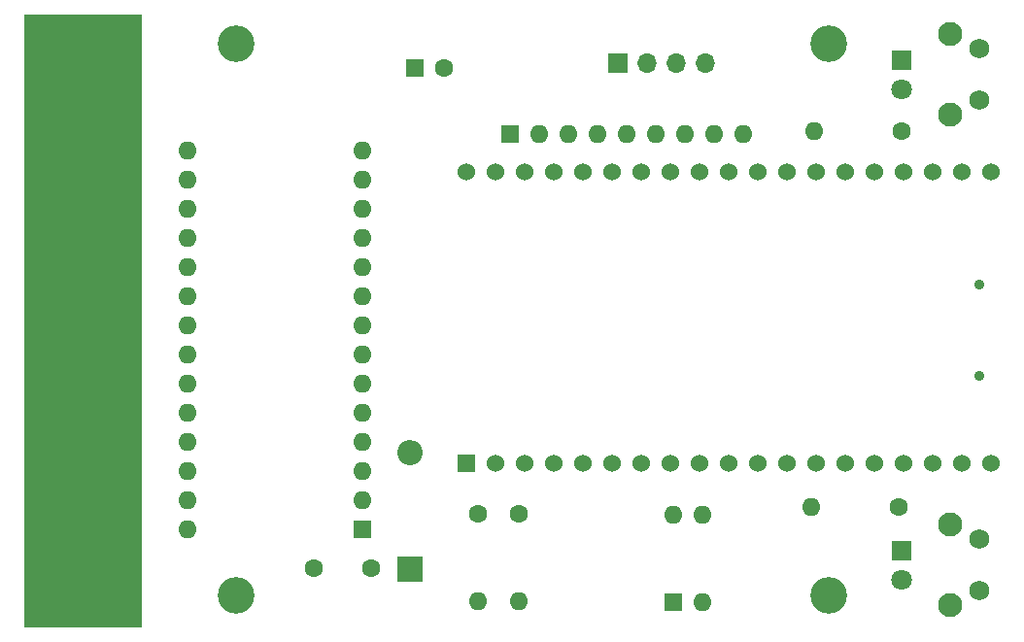
<source format=gbr>
%TF.GenerationSoftware,KiCad,Pcbnew,7.0.10*%
%TF.CreationDate,2024-02-05T23:38:35-06:00*%
%TF.ProjectId,CoCo-FujiNet-Rev000,436f436f-2d46-4756-9a69-4e65742d5265,Rev 000*%
%TF.SameCoordinates,Original*%
%TF.FileFunction,Soldermask,Bot*%
%TF.FilePolarity,Negative*%
%FSLAX46Y46*%
G04 Gerber Fmt 4.6, Leading zero omitted, Abs format (unit mm)*
G04 Created by KiCad (PCBNEW 7.0.10) date 2024-02-05 23:38:35*
%MOMM*%
%LPD*%
G01*
G04 APERTURE LIST*
G04 Aperture macros list*
%AMRoundRect*
0 Rectangle with rounded corners*
0 $1 Rounding radius*
0 $2 $3 $4 $5 $6 $7 $8 $9 X,Y pos of 4 corners*
0 Add a 4 corners polygon primitive as box body*
4,1,4,$2,$3,$4,$5,$6,$7,$8,$9,$2,$3,0*
0 Add four circle primitives for the rounded corners*
1,1,$1+$1,$2,$3*
1,1,$1+$1,$4,$5*
1,1,$1+$1,$6,$7*
1,1,$1+$1,$8,$9*
0 Add four rect primitives between the rounded corners*
20,1,$1+$1,$2,$3,$4,$5,0*
20,1,$1+$1,$4,$5,$6,$7,0*
20,1,$1+$1,$6,$7,$8,$9,0*
20,1,$1+$1,$8,$9,$2,$3,0*%
G04 Aperture macros list end*
%ADD10C,0.010000*%
%ADD11RoundRect,0.102000X-4.762500X0.635000X-4.762500X-0.635000X4.762500X-0.635000X4.762500X0.635000X0*%
%ADD12R,1.600000X1.600000*%
%ADD13O,1.600000X1.600000*%
%ADD14C,1.600000*%
%ADD15R,2.200000X2.200000*%
%ADD16O,2.200000X2.200000*%
%ADD17C,1.800000*%
%ADD18R,1.800000X1.800000*%
%ADD19C,1.750000*%
%ADD20C,2.100000*%
%ADD21R,1.700000X1.700000*%
%ADD22O,1.700000X1.700000*%
%ADD23C,3.200000*%
%ADD24R,1.530000X1.530000*%
%ADD25C,1.530000*%
%ADD26C,0.900000*%
G04 APERTURE END LIST*
%TO.C,P1*%
D10*
X108184000Y-116619750D02*
X98024000Y-116619750D01*
X98024000Y-63279750D01*
X108184000Y-63279750D01*
X108184000Y-116619750D01*
G36*
X108184000Y-116619750D02*
G01*
X98024000Y-116619750D01*
X98024000Y-63279750D01*
X108184000Y-63279750D01*
X108184000Y-116619750D01*
G37*
%TD*%
D11*
%TO.C,P1*%
X103231000Y-114079750D03*
X103231000Y-111539750D03*
X103231000Y-108999750D03*
X103231000Y-106459750D03*
X103231000Y-103919750D03*
X103231000Y-101379750D03*
X103231000Y-98839750D03*
X103231000Y-96299750D03*
X103231000Y-93759750D03*
X103231000Y-91219750D03*
X103231000Y-88679750D03*
X103231000Y-86139750D03*
X103231000Y-83599750D03*
X103231000Y-81059750D03*
X103231000Y-78519750D03*
X103231000Y-75979750D03*
X103231000Y-73439750D03*
X103231000Y-70899750D03*
X103231000Y-68359750D03*
X103231000Y-65819750D03*
%TD*%
D12*
%TO.C,SW1*%
X154584400Y-114528600D03*
D13*
X157124400Y-114528600D03*
X157124400Y-106908600D03*
X154584400Y-106908600D03*
%TD*%
D14*
%TO.C,R2*%
X141097000Y-106807000D03*
D13*
X141097000Y-114427000D03*
%TD*%
D14*
%TO.C,R1*%
X137515600Y-106807000D03*
D13*
X137515600Y-114427000D03*
%TD*%
D15*
%TO.C,D1*%
X131648200Y-111607600D03*
D16*
X131648200Y-101447600D03*
%TD*%
D12*
%TO.C,U1*%
X127493000Y-108144500D03*
D13*
X127493000Y-105604500D03*
X127493000Y-103064500D03*
X127493000Y-100524500D03*
X127493000Y-97984500D03*
X127493000Y-95444500D03*
X127493000Y-92904500D03*
X127493000Y-90364500D03*
X127493000Y-87824500D03*
X127493000Y-85284500D03*
X127493000Y-82744500D03*
X127493000Y-80204500D03*
X127493000Y-77664500D03*
X127493000Y-75124500D03*
X112253000Y-75124500D03*
X112253000Y-77664500D03*
X112253000Y-80204500D03*
X112253000Y-82744500D03*
X112253000Y-85284500D03*
X112253000Y-87824500D03*
X112253000Y-90364500D03*
X112253000Y-92904500D03*
X112253000Y-95444500D03*
X112253000Y-97984500D03*
X112253000Y-100524500D03*
X112253000Y-103064500D03*
X112253000Y-105604500D03*
X112253000Y-108144500D03*
%TD*%
D17*
%TO.C,D2*%
X174478000Y-112527200D03*
D18*
X174478000Y-109987200D03*
%TD*%
D19*
%TO.C,SW2*%
X181229000Y-113487200D03*
X181229000Y-108987200D03*
D20*
X178739000Y-114747200D03*
X178739000Y-107737200D03*
%TD*%
D21*
%TO.C,J1*%
X149713000Y-67464500D03*
D22*
X152253000Y-67464500D03*
X154793000Y-67464500D03*
X157333000Y-67464500D03*
%TD*%
D23*
%TO.C,H1*%
X168148000Y-113919000D03*
%TD*%
D18*
%TO.C,D3*%
X174478000Y-67214500D03*
D17*
X174478000Y-69754500D03*
%TD*%
D24*
%TO.C,U2*%
X136525000Y-102362000D03*
D25*
X139065000Y-102362000D03*
X141605000Y-102362000D03*
X144145000Y-102362000D03*
X146685000Y-102362000D03*
X149225000Y-102362000D03*
X151765000Y-102362000D03*
X154305000Y-102362000D03*
X156845000Y-102362000D03*
X159385000Y-102362000D03*
X161925000Y-102362000D03*
X164465000Y-102362000D03*
X167005000Y-102362000D03*
X169545000Y-102362000D03*
X172085000Y-102362000D03*
X174625000Y-102362000D03*
X177165000Y-102362000D03*
X179705000Y-102362000D03*
X182245000Y-102362000D03*
X182245000Y-76962000D03*
X179705000Y-76962000D03*
X177165000Y-76962000D03*
X174625000Y-76962000D03*
X172085000Y-76962000D03*
X169545000Y-76962000D03*
X167005000Y-76962000D03*
X164465000Y-76962000D03*
X161925000Y-76962000D03*
X159385000Y-76962000D03*
X156845000Y-76962000D03*
X154305000Y-76962000D03*
X151765000Y-76962000D03*
X149225000Y-76962000D03*
X146685000Y-76962000D03*
X144145000Y-76962000D03*
X141605000Y-76962000D03*
X139065000Y-76962000D03*
X136525000Y-76962000D03*
%TD*%
D14*
%TO.C,R3*%
X174244000Y-106172000D03*
D13*
X166624000Y-106172000D03*
%TD*%
D12*
%TO.C,C2*%
X132080000Y-67945000D03*
D14*
X134580000Y-67945000D03*
%TD*%
%TO.C,R4*%
X174498000Y-73406000D03*
D13*
X166878000Y-73406000D03*
%TD*%
D20*
%TO.C,SW3*%
X178739000Y-64964500D03*
X178739000Y-71974500D03*
D19*
X181229000Y-66214500D03*
X181229000Y-70714500D03*
%TD*%
D23*
%TO.C,H4*%
X116459000Y-113919000D03*
%TD*%
%TO.C,H3*%
X116459000Y-65786000D03*
%TD*%
D12*
%TO.C,RN1*%
X140335000Y-73660000D03*
D13*
X142875000Y-73660000D03*
X145415000Y-73660000D03*
X147955000Y-73660000D03*
X150495000Y-73660000D03*
X153035000Y-73660000D03*
X155575000Y-73660000D03*
X158115000Y-73660000D03*
X160655000Y-73660000D03*
%TD*%
D14*
%TO.C,C1*%
X123230000Y-111506000D03*
X128230000Y-111506000D03*
%TD*%
D23*
%TO.C,H2*%
X168148000Y-65786000D03*
%TD*%
D26*
%TO.C,P2*%
X181248000Y-94786500D03*
X181248000Y-86786500D03*
%TD*%
M02*

</source>
